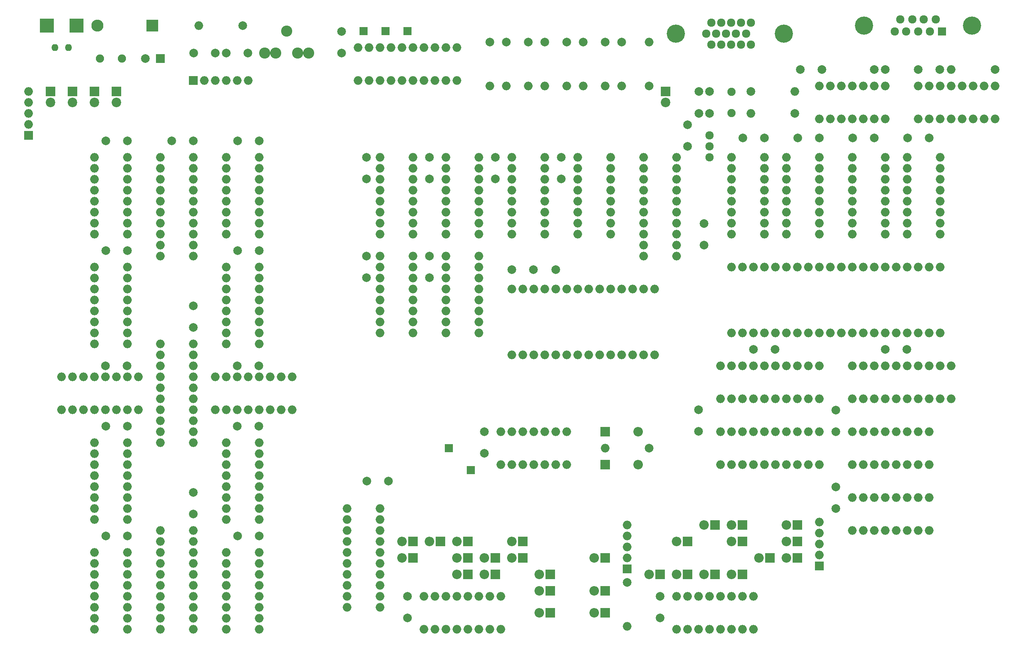
<source format=gbr>
G04 #@! TF.FileFunction,Soldermask,Top*
%FSLAX46Y46*%
G04 Gerber Fmt 4.6, Leading zero omitted, Abs format (unit mm)*
G04 Created by KiCad (PCBNEW 4.0.6) date 2020 March 20, Friday 17:13:11*
%MOMM*%
%LPD*%
G01*
G04 APERTURE LIST*
%ADD10C,0.100000*%
%ADD11R,2.200000X2.200000*%
%ADD12C,2.200000*%
%ADD13C,2.000000*%
%ADD14O,2.000000X2.000000*%
%ADD15C,1.901140*%
%ADD16C,4.210000*%
%ADD17R,1.924000X1.924000*%
%ADD18C,1.924000*%
%ADD19O,2.200000X2.200000*%
%ADD20R,2.000000X2.000000*%
%ADD21O,1.619200X1.619100*%
%ADD22O,1.619200X1.619200*%
%ADD23R,3.295600X3.295600*%
%ADD24R,1.900000X1.900000*%
%ADD25C,2.584400*%
%ADD26R,2.800000X2.800000*%
%ADD27O,2.800000X2.800000*%
G04 APERTURE END LIST*
D10*
D11*
X30480000Y-43180000D03*
D12*
X30480000Y-45720000D03*
D11*
X35560000Y-43180000D03*
D12*
X35560000Y-45720000D03*
D11*
X40640000Y-43180000D03*
D12*
X40640000Y-45720000D03*
D11*
X45720000Y-43180000D03*
D12*
X45720000Y-45720000D03*
D13*
X182880000Y-48260000D03*
X180380000Y-48260000D03*
X182880000Y-43180000D03*
X180380000Y-43180000D03*
X220980000Y-38100000D03*
X223480000Y-38100000D03*
X202565000Y-48260000D03*
D14*
X192405000Y-48260000D03*
D13*
X192405000Y-43180000D03*
D14*
X202565000Y-43180000D03*
D15*
X187960000Y-48160940D03*
X187960000Y-43279060D03*
X46990000Y-35560000D03*
X41910000Y-35549840D03*
D16*
X243586000Y-27940000D03*
X218567000Y-27940000D03*
D17*
X236601000Y-29337000D03*
D18*
X233807000Y-29337000D03*
X231140000Y-29337000D03*
X228346000Y-29337000D03*
X225679000Y-29337000D03*
X235204000Y-26543000D03*
X232410000Y-26543000D03*
X229743000Y-26543000D03*
X226949000Y-26543000D03*
D11*
X172720000Y-43180000D03*
D12*
X172720000Y-45720000D03*
D11*
X158750000Y-129540000D03*
D19*
X166370000Y-129540000D03*
D11*
X158750000Y-121920000D03*
D19*
X166370000Y-121920000D03*
D18*
X182880000Y-55880000D03*
X182880000Y-53340000D03*
X182880000Y-58420000D03*
D13*
X168910000Y-41910000D03*
D14*
X168910000Y-31750000D03*
D20*
X208280000Y-153035000D03*
D14*
X208280000Y-150495000D03*
X208280000Y-147955000D03*
X208280000Y-145415000D03*
X208280000Y-142875000D03*
D20*
X163830000Y-153670000D03*
D14*
X163830000Y-151130000D03*
X163830000Y-148590000D03*
X163830000Y-146050000D03*
X163830000Y-143510000D03*
D13*
X163830000Y-156845000D03*
D14*
X163830000Y-167005000D03*
D13*
X168910000Y-125730000D03*
D14*
X158750000Y-125730000D03*
D20*
X25400000Y-53340000D03*
D14*
X25400000Y-50800000D03*
X25400000Y-48260000D03*
X25400000Y-45720000D03*
X25400000Y-43180000D03*
D20*
X63500000Y-40640000D03*
D14*
X66040000Y-40640000D03*
X68580000Y-40640000D03*
X71120000Y-40640000D03*
X73660000Y-40640000D03*
X76200000Y-40640000D03*
D13*
X162560000Y-31750000D03*
D14*
X162560000Y-41910000D03*
D13*
X74930000Y-27940000D03*
D14*
X64770000Y-27940000D03*
D13*
X132080000Y-31750000D03*
D14*
X132080000Y-41910000D03*
D13*
X135890000Y-31750000D03*
D14*
X135890000Y-41910000D03*
D13*
X140970000Y-31750000D03*
D14*
X140970000Y-41910000D03*
D13*
X144780000Y-31750000D03*
D14*
X144780000Y-41910000D03*
D13*
X149860000Y-31750000D03*
D14*
X149860000Y-41910000D03*
D13*
X153670000Y-31750000D03*
D14*
X153670000Y-41910000D03*
D13*
X158750000Y-31750000D03*
D14*
X158750000Y-41910000D03*
D13*
X248920000Y-38100000D03*
D14*
X238760000Y-38100000D03*
D21*
X31420000Y-33020000D03*
D22*
X34620000Y-33020000D03*
D23*
X29570000Y-27970000D03*
X36470000Y-27970000D03*
D18*
X182110000Y-29845000D03*
X184400000Y-29845000D03*
X186690000Y-29845000D03*
X188980000Y-29845000D03*
X191270000Y-29845000D03*
X183255000Y-32385000D03*
X185545000Y-32385000D03*
X187835000Y-32385000D03*
X190125000Y-32385000D03*
X192415000Y-32385000D03*
X183255000Y-27305000D03*
X185545000Y-27305000D03*
X187835000Y-27305000D03*
X190125000Y-27305000D03*
X192415000Y-27305000D03*
D16*
X175070000Y-29845000D03*
X200060000Y-29845000D03*
D24*
X107950000Y-29210000D03*
X113030000Y-29210000D03*
X102870000Y-29210000D03*
X127635000Y-130810000D03*
X122555000Y-125730000D03*
D13*
X147320000Y-84455000D03*
X233680000Y-53975000D03*
X228680000Y-53975000D03*
X220980000Y-53975000D03*
X215980000Y-53975000D03*
X208280000Y-53975000D03*
X203280000Y-53975000D03*
X195580000Y-53975000D03*
X190580000Y-53975000D03*
X181610000Y-78740000D03*
X181610000Y-73740000D03*
X193040000Y-102870000D03*
X198040000Y-102870000D03*
X223520000Y-102870000D03*
X228520000Y-102870000D03*
X212090000Y-121920000D03*
X212090000Y-116920000D03*
X180340000Y-116840000D03*
X180340000Y-121840000D03*
X212090000Y-139700000D03*
X212090000Y-134700000D03*
X171450000Y-160020000D03*
X171450000Y-165020000D03*
X130810000Y-121920000D03*
X130810000Y-126920000D03*
X113030000Y-160020000D03*
X113030000Y-165020000D03*
X108585000Y-133350000D03*
X103585000Y-133350000D03*
X78740000Y-146050000D03*
X73740000Y-146050000D03*
X63500000Y-140970000D03*
X63500000Y-135970000D03*
X48260000Y-146050000D03*
X43260000Y-146050000D03*
X48260000Y-120650000D03*
X43260000Y-120650000D03*
X73660000Y-120650000D03*
X78660000Y-120650000D03*
X73660000Y-106680000D03*
X78660000Y-106680000D03*
X63500000Y-97790000D03*
X63500000Y-92790000D03*
X43180000Y-106680000D03*
X48180000Y-106680000D03*
X48260000Y-80010000D03*
X43260000Y-80010000D03*
X78740000Y-80010000D03*
X73740000Y-80010000D03*
X48260000Y-54610000D03*
X43260000Y-54610000D03*
X63500000Y-54610000D03*
X58500000Y-54610000D03*
X78740000Y-54610000D03*
X73740000Y-54610000D03*
X103505000Y-58420000D03*
X103505000Y-63420000D03*
X103505000Y-81280000D03*
X103505000Y-86280000D03*
X118110000Y-81280000D03*
X118110000Y-86280000D03*
X118110000Y-58420000D03*
X118110000Y-63420000D03*
X133350000Y-58420000D03*
X133350000Y-63420000D03*
X137160000Y-84455000D03*
X142160000Y-84455000D03*
X148590000Y-58420000D03*
X148590000Y-63420000D03*
X177800000Y-55880000D03*
X177800000Y-50880000D03*
X97790000Y-34290000D03*
X97790000Y-29290000D03*
X71120000Y-34290000D03*
X76120000Y-34290000D03*
X68580000Y-34290000D03*
X63580000Y-34290000D03*
X231140000Y-38100000D03*
X236140000Y-38100000D03*
D20*
X55880000Y-35560000D03*
D13*
X52380000Y-35560000D03*
X203835000Y-38100000D03*
X208835000Y-38100000D03*
D25*
X90170000Y-34290000D03*
X87630000Y-34290000D03*
X82550000Y-34290000D03*
X80010000Y-34290000D03*
X85090000Y-29210000D03*
D14*
X71120000Y-149860000D03*
X71120000Y-152400000D03*
X71120000Y-154940000D03*
X71120000Y-157480000D03*
X71120000Y-160020000D03*
X71120000Y-162560000D03*
X71120000Y-165100000D03*
X71120000Y-167640000D03*
X78740000Y-167640000D03*
X78740000Y-165100000D03*
X78740000Y-162560000D03*
X78740000Y-160020000D03*
X78740000Y-157480000D03*
X78740000Y-154940000D03*
X78740000Y-152400000D03*
X78740000Y-149860000D03*
X71120000Y-124460000D03*
X71120000Y-127000000D03*
X71120000Y-129540000D03*
X71120000Y-132080000D03*
X71120000Y-134620000D03*
X71120000Y-137160000D03*
X71120000Y-139700000D03*
X71120000Y-142240000D03*
X78740000Y-142240000D03*
X78740000Y-139700000D03*
X78740000Y-137160000D03*
X78740000Y-134620000D03*
X78740000Y-132080000D03*
X78740000Y-129540000D03*
X78740000Y-127000000D03*
X78740000Y-124460000D03*
X71120000Y-83820000D03*
X71120000Y-86360000D03*
X71120000Y-88900000D03*
X71120000Y-91440000D03*
X71120000Y-93980000D03*
X71120000Y-96520000D03*
X71120000Y-99060000D03*
X71120000Y-101600000D03*
X78740000Y-101600000D03*
X78740000Y-99060000D03*
X78740000Y-96520000D03*
X78740000Y-93980000D03*
X78740000Y-91440000D03*
X78740000Y-88900000D03*
X78740000Y-86360000D03*
X78740000Y-83820000D03*
X71120000Y-58420000D03*
X71120000Y-60960000D03*
X71120000Y-63500000D03*
X71120000Y-66040000D03*
X71120000Y-68580000D03*
X71120000Y-71120000D03*
X71120000Y-73660000D03*
X71120000Y-76200000D03*
X78740000Y-76200000D03*
X78740000Y-73660000D03*
X78740000Y-71120000D03*
X78740000Y-68580000D03*
X78740000Y-66040000D03*
X78740000Y-63500000D03*
X78740000Y-60960000D03*
X78740000Y-58420000D03*
X40640000Y-149860000D03*
X40640000Y-152400000D03*
X40640000Y-154940000D03*
X40640000Y-157480000D03*
X40640000Y-160020000D03*
X40640000Y-162560000D03*
X40640000Y-165100000D03*
X40640000Y-167640000D03*
X48260000Y-167640000D03*
X48260000Y-165100000D03*
X48260000Y-162560000D03*
X48260000Y-160020000D03*
X48260000Y-157480000D03*
X48260000Y-154940000D03*
X48260000Y-152400000D03*
X48260000Y-149860000D03*
X40640000Y-124460000D03*
X40640000Y-127000000D03*
X40640000Y-129540000D03*
X40640000Y-132080000D03*
X40640000Y-134620000D03*
X40640000Y-137160000D03*
X40640000Y-139700000D03*
X40640000Y-142240000D03*
X48260000Y-142240000D03*
X48260000Y-139700000D03*
X48260000Y-137160000D03*
X48260000Y-134620000D03*
X48260000Y-132080000D03*
X48260000Y-129540000D03*
X48260000Y-127000000D03*
X48260000Y-124460000D03*
X40640000Y-83820000D03*
X40640000Y-86360000D03*
X40640000Y-88900000D03*
X40640000Y-91440000D03*
X40640000Y-93980000D03*
X40640000Y-96520000D03*
X40640000Y-99060000D03*
X40640000Y-101600000D03*
X48260000Y-101600000D03*
X48260000Y-99060000D03*
X48260000Y-96520000D03*
X48260000Y-93980000D03*
X48260000Y-91440000D03*
X48260000Y-88900000D03*
X48260000Y-86360000D03*
X48260000Y-83820000D03*
X40640000Y-58420000D03*
X40640000Y-60960000D03*
X40640000Y-63500000D03*
X40640000Y-66040000D03*
X40640000Y-68580000D03*
X40640000Y-71120000D03*
X40640000Y-73660000D03*
X40640000Y-76200000D03*
X48260000Y-76200000D03*
X48260000Y-73660000D03*
X48260000Y-71120000D03*
X48260000Y-68580000D03*
X48260000Y-66040000D03*
X48260000Y-63500000D03*
X48260000Y-60960000D03*
X48260000Y-58420000D03*
X68580000Y-116840000D03*
X71120000Y-116840000D03*
X73660000Y-116840000D03*
X76200000Y-116840000D03*
X78740000Y-116840000D03*
X81280000Y-116840000D03*
X83820000Y-116840000D03*
X86360000Y-116840000D03*
X86360000Y-109220000D03*
X83820000Y-109220000D03*
X81280000Y-109220000D03*
X78740000Y-109220000D03*
X76200000Y-109220000D03*
X73660000Y-109220000D03*
X71120000Y-109220000D03*
X68580000Y-109220000D03*
X33020000Y-116840000D03*
X35560000Y-116840000D03*
X38100000Y-116840000D03*
X40640000Y-116840000D03*
X43180000Y-116840000D03*
X45720000Y-116840000D03*
X48260000Y-116840000D03*
X50800000Y-116840000D03*
X50800000Y-109220000D03*
X48260000Y-109220000D03*
X45720000Y-109220000D03*
X43180000Y-109220000D03*
X40640000Y-109220000D03*
X38100000Y-109220000D03*
X35560000Y-109220000D03*
X33020000Y-109220000D03*
X215900000Y-129540000D03*
X218440000Y-129540000D03*
X220980000Y-129540000D03*
X223520000Y-129540000D03*
X226060000Y-129540000D03*
X228600000Y-129540000D03*
X231140000Y-129540000D03*
X233680000Y-129540000D03*
X233680000Y-121920000D03*
X231140000Y-121920000D03*
X228600000Y-121920000D03*
X226060000Y-121920000D03*
X223520000Y-121920000D03*
X220980000Y-121920000D03*
X218440000Y-121920000D03*
X215900000Y-121920000D03*
X215900000Y-144780000D03*
X218440000Y-144780000D03*
X220980000Y-144780000D03*
X223520000Y-144780000D03*
X226060000Y-144780000D03*
X228600000Y-144780000D03*
X231140000Y-144780000D03*
X233680000Y-144780000D03*
X233680000Y-137160000D03*
X231140000Y-137160000D03*
X228600000Y-137160000D03*
X226060000Y-137160000D03*
X223520000Y-137160000D03*
X220980000Y-137160000D03*
X218440000Y-137160000D03*
X215900000Y-137160000D03*
X175260000Y-167640000D03*
X177800000Y-167640000D03*
X180340000Y-167640000D03*
X182880000Y-167640000D03*
X185420000Y-167640000D03*
X187960000Y-167640000D03*
X190500000Y-167640000D03*
X193040000Y-167640000D03*
X193040000Y-160020000D03*
X190500000Y-160020000D03*
X187960000Y-160020000D03*
X185420000Y-160020000D03*
X182880000Y-160020000D03*
X180340000Y-160020000D03*
X177800000Y-160020000D03*
X175260000Y-160020000D03*
X116840000Y-167640000D03*
X119380000Y-167640000D03*
X121920000Y-167640000D03*
X124460000Y-167640000D03*
X127000000Y-167640000D03*
X129540000Y-167640000D03*
X132080000Y-167640000D03*
X134620000Y-167640000D03*
X134620000Y-160020000D03*
X132080000Y-160020000D03*
X129540000Y-160020000D03*
X127000000Y-160020000D03*
X124460000Y-160020000D03*
X121920000Y-160020000D03*
X119380000Y-160020000D03*
X116840000Y-160020000D03*
X121920000Y-58420000D03*
X121920000Y-60960000D03*
X121920000Y-63500000D03*
X121920000Y-66040000D03*
X121920000Y-68580000D03*
X121920000Y-71120000D03*
X121920000Y-73660000D03*
X121920000Y-76200000D03*
X129540000Y-76200000D03*
X129540000Y-73660000D03*
X129540000Y-71120000D03*
X129540000Y-68580000D03*
X129540000Y-66040000D03*
X129540000Y-63500000D03*
X129540000Y-60960000D03*
X129540000Y-58420000D03*
X106680000Y-58420000D03*
X106680000Y-60960000D03*
X106680000Y-63500000D03*
X106680000Y-66040000D03*
X106680000Y-68580000D03*
X106680000Y-71120000D03*
X106680000Y-73660000D03*
X106680000Y-76200000D03*
X114300000Y-76200000D03*
X114300000Y-73660000D03*
X114300000Y-71120000D03*
X114300000Y-68580000D03*
X114300000Y-66040000D03*
X114300000Y-63500000D03*
X114300000Y-60960000D03*
X114300000Y-58420000D03*
X121920000Y-81280000D03*
X121920000Y-83820000D03*
X121920000Y-86360000D03*
X121920000Y-88900000D03*
X121920000Y-91440000D03*
X121920000Y-93980000D03*
X121920000Y-96520000D03*
X121920000Y-99060000D03*
X129540000Y-99060000D03*
X129540000Y-96520000D03*
X129540000Y-93980000D03*
X129540000Y-91440000D03*
X129540000Y-88900000D03*
X129540000Y-86360000D03*
X129540000Y-83820000D03*
X129540000Y-81280000D03*
X106680000Y-81280000D03*
X106680000Y-83820000D03*
X106680000Y-86360000D03*
X106680000Y-88900000D03*
X106680000Y-91440000D03*
X106680000Y-93980000D03*
X106680000Y-96520000D03*
X106680000Y-99060000D03*
X114300000Y-99060000D03*
X114300000Y-96520000D03*
X114300000Y-93980000D03*
X114300000Y-91440000D03*
X114300000Y-88900000D03*
X114300000Y-86360000D03*
X114300000Y-83820000D03*
X114300000Y-81280000D03*
X152400000Y-58420000D03*
X152400000Y-60960000D03*
X152400000Y-63500000D03*
X152400000Y-66040000D03*
X152400000Y-68580000D03*
X152400000Y-71120000D03*
X152400000Y-73660000D03*
X152400000Y-76200000D03*
X160020000Y-76200000D03*
X160020000Y-73660000D03*
X160020000Y-71120000D03*
X160020000Y-68580000D03*
X160020000Y-66040000D03*
X160020000Y-63500000D03*
X160020000Y-60960000D03*
X160020000Y-58420000D03*
X137160000Y-58420000D03*
X137160000Y-60960000D03*
X137160000Y-63500000D03*
X137160000Y-66040000D03*
X137160000Y-68580000D03*
X137160000Y-71120000D03*
X137160000Y-73660000D03*
X137160000Y-76200000D03*
X144780000Y-76200000D03*
X144780000Y-73660000D03*
X144780000Y-71120000D03*
X144780000Y-68580000D03*
X144780000Y-66040000D03*
X144780000Y-63500000D03*
X144780000Y-60960000D03*
X144780000Y-58420000D03*
X228600000Y-58420000D03*
X228600000Y-60960000D03*
X228600000Y-63500000D03*
X228600000Y-66040000D03*
X228600000Y-68580000D03*
X228600000Y-71120000D03*
X228600000Y-73660000D03*
X228600000Y-76200000D03*
X236220000Y-76200000D03*
X236220000Y-73660000D03*
X236220000Y-71120000D03*
X236220000Y-68580000D03*
X236220000Y-66040000D03*
X236220000Y-63500000D03*
X236220000Y-60960000D03*
X236220000Y-58420000D03*
X215900000Y-58420000D03*
X215900000Y-60960000D03*
X215900000Y-63500000D03*
X215900000Y-66040000D03*
X215900000Y-68580000D03*
X215900000Y-71120000D03*
X215900000Y-73660000D03*
X215900000Y-76200000D03*
X223520000Y-76200000D03*
X223520000Y-73660000D03*
X223520000Y-71120000D03*
X223520000Y-68580000D03*
X223520000Y-66040000D03*
X223520000Y-63500000D03*
X223520000Y-60960000D03*
X223520000Y-58420000D03*
X200660000Y-58420000D03*
X200660000Y-60960000D03*
X200660000Y-63500000D03*
X200660000Y-66040000D03*
X200660000Y-68580000D03*
X200660000Y-71120000D03*
X200660000Y-73660000D03*
X200660000Y-76200000D03*
X208280000Y-76200000D03*
X208280000Y-73660000D03*
X208280000Y-71120000D03*
X208280000Y-68580000D03*
X208280000Y-66040000D03*
X208280000Y-63500000D03*
X208280000Y-60960000D03*
X208280000Y-58420000D03*
X187960000Y-58420000D03*
X187960000Y-60960000D03*
X187960000Y-63500000D03*
X187960000Y-66040000D03*
X187960000Y-68580000D03*
X187960000Y-71120000D03*
X187960000Y-73660000D03*
X187960000Y-76200000D03*
X195580000Y-76200000D03*
X195580000Y-73660000D03*
X195580000Y-71120000D03*
X195580000Y-68580000D03*
X195580000Y-66040000D03*
X195580000Y-63500000D03*
X195580000Y-60960000D03*
X195580000Y-58420000D03*
X231140000Y-49530000D03*
X233680000Y-49530000D03*
X236220000Y-49530000D03*
X238760000Y-49530000D03*
X241300000Y-49530000D03*
X243840000Y-49530000D03*
X246380000Y-49530000D03*
X248920000Y-49530000D03*
X248920000Y-41910000D03*
X246380000Y-41910000D03*
X243840000Y-41910000D03*
X241300000Y-41910000D03*
X238760000Y-41910000D03*
X236220000Y-41910000D03*
X233680000Y-41910000D03*
X231140000Y-41910000D03*
X137160000Y-104140000D03*
X139700000Y-104140000D03*
X142240000Y-104140000D03*
X144780000Y-104140000D03*
X147320000Y-104140000D03*
X149860000Y-104140000D03*
X152400000Y-104140000D03*
X154940000Y-104140000D03*
X157480000Y-104140000D03*
X160020000Y-104140000D03*
X162560000Y-104140000D03*
X165100000Y-104140000D03*
X167640000Y-104140000D03*
X170180000Y-104140000D03*
X170180000Y-88900000D03*
X167640000Y-88900000D03*
X165100000Y-88900000D03*
X162560000Y-88900000D03*
X160020000Y-88900000D03*
X157480000Y-88900000D03*
X154940000Y-88900000D03*
X152400000Y-88900000D03*
X149860000Y-88900000D03*
X147320000Y-88900000D03*
X144780000Y-88900000D03*
X142240000Y-88900000D03*
X139700000Y-88900000D03*
X137160000Y-88900000D03*
X187960000Y-99060000D03*
X190500000Y-99060000D03*
X193040000Y-99060000D03*
X195580000Y-99060000D03*
X198120000Y-99060000D03*
X200660000Y-99060000D03*
X203200000Y-99060000D03*
X205740000Y-99060000D03*
X208280000Y-99060000D03*
X210820000Y-99060000D03*
X213360000Y-99060000D03*
X215900000Y-99060000D03*
X218440000Y-99060000D03*
X220980000Y-99060000D03*
X223520000Y-99060000D03*
X226060000Y-99060000D03*
X228600000Y-99060000D03*
X231140000Y-99060000D03*
X233680000Y-99060000D03*
X236220000Y-99060000D03*
X236220000Y-83820000D03*
X233680000Y-83820000D03*
X231140000Y-83820000D03*
X228600000Y-83820000D03*
X226060000Y-83820000D03*
X223520000Y-83820000D03*
X220980000Y-83820000D03*
X218440000Y-83820000D03*
X215900000Y-83820000D03*
X213360000Y-83820000D03*
X210820000Y-83820000D03*
X208280000Y-83820000D03*
X205740000Y-83820000D03*
X203200000Y-83820000D03*
X200660000Y-83820000D03*
X198120000Y-83820000D03*
X195580000Y-83820000D03*
X193040000Y-83820000D03*
X190500000Y-83820000D03*
X187960000Y-83820000D03*
X208280000Y-49530000D03*
X210820000Y-49530000D03*
X213360000Y-49530000D03*
X215900000Y-49530000D03*
X218440000Y-49530000D03*
X220980000Y-49530000D03*
X223520000Y-49530000D03*
X223520000Y-41910000D03*
X220980000Y-41910000D03*
X218440000Y-41910000D03*
X215900000Y-41910000D03*
X213360000Y-41910000D03*
X210820000Y-41910000D03*
X208280000Y-41910000D03*
X134620000Y-129540000D03*
X137160000Y-129540000D03*
X139700000Y-129540000D03*
X142240000Y-129540000D03*
X144780000Y-129540000D03*
X147320000Y-129540000D03*
X149860000Y-129540000D03*
X149860000Y-121920000D03*
X147320000Y-121920000D03*
X144780000Y-121920000D03*
X142240000Y-121920000D03*
X139700000Y-121920000D03*
X137160000Y-121920000D03*
X134620000Y-121920000D03*
X215900000Y-114300000D03*
X218440000Y-114300000D03*
X220980000Y-114300000D03*
X223520000Y-114300000D03*
X226060000Y-114300000D03*
X228600000Y-114300000D03*
X231140000Y-114300000D03*
X233680000Y-114300000D03*
X236220000Y-114300000D03*
X238760000Y-114300000D03*
X238760000Y-106680000D03*
X236220000Y-106680000D03*
X233680000Y-106680000D03*
X231140000Y-106680000D03*
X228600000Y-106680000D03*
X226060000Y-106680000D03*
X223520000Y-106680000D03*
X220980000Y-106680000D03*
X218440000Y-106680000D03*
X215900000Y-106680000D03*
X185420000Y-114300000D03*
X187960000Y-114300000D03*
X190500000Y-114300000D03*
X193040000Y-114300000D03*
X195580000Y-114300000D03*
X198120000Y-114300000D03*
X200660000Y-114300000D03*
X203200000Y-114300000D03*
X205740000Y-114300000D03*
X208280000Y-114300000D03*
X208280000Y-106680000D03*
X205740000Y-106680000D03*
X203200000Y-106680000D03*
X200660000Y-106680000D03*
X198120000Y-106680000D03*
X195580000Y-106680000D03*
X193040000Y-106680000D03*
X190500000Y-106680000D03*
X187960000Y-106680000D03*
X185420000Y-106680000D03*
X185420000Y-129540000D03*
X187960000Y-129540000D03*
X190500000Y-129540000D03*
X193040000Y-129540000D03*
X195580000Y-129540000D03*
X198120000Y-129540000D03*
X200660000Y-129540000D03*
X203200000Y-129540000D03*
X205740000Y-129540000D03*
X208280000Y-129540000D03*
X208280000Y-121920000D03*
X205740000Y-121920000D03*
X203200000Y-121920000D03*
X200660000Y-121920000D03*
X198120000Y-121920000D03*
X195580000Y-121920000D03*
X193040000Y-121920000D03*
X190500000Y-121920000D03*
X187960000Y-121920000D03*
X185420000Y-121920000D03*
X99060000Y-139700000D03*
X99060000Y-142240000D03*
X99060000Y-144780000D03*
X99060000Y-147320000D03*
X99060000Y-149860000D03*
X99060000Y-152400000D03*
X99060000Y-154940000D03*
X99060000Y-157480000D03*
X99060000Y-160020000D03*
X99060000Y-162560000D03*
X106680000Y-162560000D03*
X106680000Y-160020000D03*
X106680000Y-157480000D03*
X106680000Y-154940000D03*
X106680000Y-152400000D03*
X106680000Y-149860000D03*
X106680000Y-147320000D03*
X106680000Y-144780000D03*
X106680000Y-142240000D03*
X106680000Y-139700000D03*
X55880000Y-144780000D03*
X55880000Y-147320000D03*
X55880000Y-149860000D03*
X55880000Y-152400000D03*
X55880000Y-154940000D03*
X55880000Y-157480000D03*
X55880000Y-160020000D03*
X55880000Y-162560000D03*
X55880000Y-165100000D03*
X55880000Y-167640000D03*
X63500000Y-167640000D03*
X63500000Y-165100000D03*
X63500000Y-162560000D03*
X63500000Y-160020000D03*
X63500000Y-157480000D03*
X63500000Y-154940000D03*
X63500000Y-152400000D03*
X63500000Y-149860000D03*
X63500000Y-147320000D03*
X63500000Y-144780000D03*
X55880000Y-101600000D03*
X55880000Y-104140000D03*
X55880000Y-106680000D03*
X55880000Y-109220000D03*
X55880000Y-111760000D03*
X55880000Y-114300000D03*
X55880000Y-116840000D03*
X55880000Y-119380000D03*
X55880000Y-121920000D03*
X55880000Y-124460000D03*
X63500000Y-124460000D03*
X63500000Y-121920000D03*
X63500000Y-119380000D03*
X63500000Y-116840000D03*
X63500000Y-114300000D03*
X63500000Y-111760000D03*
X63500000Y-109220000D03*
X63500000Y-106680000D03*
X63500000Y-104140000D03*
X63500000Y-101600000D03*
X55880000Y-58420000D03*
X55880000Y-60960000D03*
X55880000Y-63500000D03*
X55880000Y-66040000D03*
X55880000Y-68580000D03*
X55880000Y-71120000D03*
X55880000Y-73660000D03*
X55880000Y-76200000D03*
X55880000Y-78740000D03*
X55880000Y-81280000D03*
X63500000Y-81280000D03*
X63500000Y-78740000D03*
X63500000Y-76200000D03*
X63500000Y-73660000D03*
X63500000Y-71120000D03*
X63500000Y-68580000D03*
X63500000Y-66040000D03*
X63500000Y-63500000D03*
X63500000Y-60960000D03*
X63500000Y-58420000D03*
X167640000Y-58420000D03*
X167640000Y-60960000D03*
X167640000Y-63500000D03*
X167640000Y-66040000D03*
X167640000Y-68580000D03*
X167640000Y-71120000D03*
X167640000Y-73660000D03*
X167640000Y-76200000D03*
X167640000Y-78740000D03*
X167640000Y-81280000D03*
X175260000Y-81280000D03*
X175260000Y-78740000D03*
X175260000Y-76200000D03*
X175260000Y-73660000D03*
X175260000Y-71120000D03*
X175260000Y-68580000D03*
X175260000Y-66040000D03*
X175260000Y-63500000D03*
X175260000Y-60960000D03*
X175260000Y-58420000D03*
X101600000Y-40640000D03*
X104140000Y-40640000D03*
X106680000Y-40640000D03*
X109220000Y-40640000D03*
X111760000Y-40640000D03*
X114300000Y-40640000D03*
X116840000Y-40640000D03*
X119380000Y-40640000D03*
X121920000Y-40640000D03*
X124460000Y-40640000D03*
X124460000Y-33020000D03*
X121920000Y-33020000D03*
X119380000Y-33020000D03*
X116840000Y-33020000D03*
X114300000Y-33020000D03*
X111760000Y-33020000D03*
X109220000Y-33020000D03*
X106680000Y-33020000D03*
X104140000Y-33020000D03*
X101600000Y-33020000D03*
D26*
X53975000Y-27940000D03*
D27*
X41275000Y-27940000D03*
D11*
X114300000Y-147320000D03*
D19*
X111760000Y-147320000D03*
D11*
X114300000Y-151130000D03*
D19*
X111760000Y-151130000D03*
D11*
X120650000Y-147320000D03*
D19*
X118110000Y-147320000D03*
D11*
X127000000Y-154940000D03*
D19*
X124460000Y-154940000D03*
D11*
X127000000Y-151130000D03*
D19*
X124460000Y-151130000D03*
D11*
X127000000Y-147320000D03*
D19*
X124460000Y-147320000D03*
D11*
X133350000Y-154940000D03*
D19*
X130810000Y-154940000D03*
D11*
X133350000Y-151130000D03*
D19*
X130810000Y-151130000D03*
D11*
X139700000Y-151130000D03*
D19*
X137160000Y-151130000D03*
D11*
X139700000Y-147320000D03*
D19*
X137160000Y-147320000D03*
D11*
X146050000Y-163830000D03*
D19*
X143510000Y-163830000D03*
D11*
X146050000Y-158750000D03*
D19*
X143510000Y-158750000D03*
D11*
X146050000Y-154940000D03*
D19*
X143510000Y-154940000D03*
D11*
X158750000Y-163830000D03*
D19*
X156210000Y-163830000D03*
D11*
X158750000Y-158750000D03*
D19*
X156210000Y-158750000D03*
D11*
X158750000Y-151130000D03*
D19*
X156210000Y-151130000D03*
D11*
X171450000Y-154940000D03*
D19*
X168910000Y-154940000D03*
D11*
X177800000Y-154940000D03*
D19*
X175260000Y-154940000D03*
D11*
X177800000Y-147320000D03*
D19*
X175260000Y-147320000D03*
D11*
X184150000Y-154940000D03*
D19*
X181610000Y-154940000D03*
D11*
X184150000Y-143510000D03*
D19*
X181610000Y-143510000D03*
D11*
X190500000Y-147320000D03*
D19*
X187960000Y-147320000D03*
D11*
X190500000Y-143510000D03*
D19*
X187960000Y-143510000D03*
D11*
X196850000Y-151130000D03*
D19*
X194310000Y-151130000D03*
D11*
X203200000Y-151130000D03*
D19*
X200660000Y-151130000D03*
D11*
X203200000Y-147320000D03*
D19*
X200660000Y-147320000D03*
D11*
X203200000Y-143510000D03*
D19*
X200660000Y-143510000D03*
D11*
X190500000Y-154940000D03*
D19*
X187960000Y-154940000D03*
M02*

</source>
